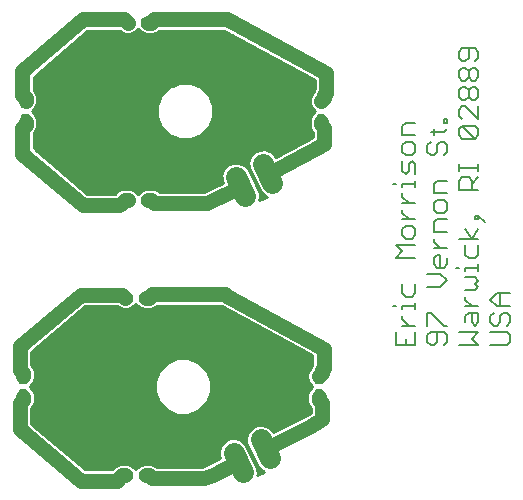
<source format=gtl>
G75*
G70*
%OFA0B0*%
%FSLAX24Y24*%
%IPPOS*%
%LPD*%
%AMOC8*
5,1,8,0,0,1.08239X$1,22.5*
%
%ADD10C,0.0060*%
%ADD11C,0.0298*%
%ADD12C,0.0338*%
%ADD13C,0.0072*%
%ADD14R,0.0720X0.1126*%
%ADD15C,0.0112*%
%ADD16R,0.1126X0.0720*%
%ADD17C,0.0709*%
%ADD18C,0.0500*%
%ADD19C,0.0100*%
%ADD20C,0.0396*%
D10*
X014757Y008191D02*
X014863Y008191D01*
X015077Y008191D02*
X015504Y008191D01*
X015504Y008085D02*
X015504Y008298D01*
X015397Y008514D02*
X015504Y008621D01*
X015504Y008941D01*
X015913Y008837D02*
X016340Y008837D01*
X016554Y009050D01*
X016340Y009264D01*
X015913Y009264D01*
X016234Y009481D02*
X016127Y009588D01*
X016127Y009801D01*
X016234Y009908D01*
X016340Y009908D01*
X016340Y009481D01*
X016234Y009481D02*
X016447Y009481D01*
X016554Y009588D01*
X016554Y009801D01*
X016554Y010126D02*
X016127Y010126D01*
X016127Y010339D02*
X016127Y010446D01*
X016127Y010339D02*
X016340Y010126D01*
X016127Y010663D02*
X016127Y010983D01*
X016234Y011090D01*
X016554Y011090D01*
X016447Y011307D02*
X016554Y011414D01*
X016554Y011628D01*
X016447Y011734D01*
X016234Y011734D01*
X016127Y011628D01*
X016127Y011414D01*
X016234Y011307D01*
X016447Y011307D01*
X016554Y010663D02*
X016127Y010663D01*
X015504Y010768D02*
X015504Y010555D01*
X015397Y010448D01*
X015184Y010448D01*
X015077Y010555D01*
X015077Y010768D01*
X015184Y010875D01*
X015397Y010875D01*
X015504Y010768D01*
X015504Y011092D02*
X015077Y011092D01*
X015290Y011092D02*
X015077Y011306D01*
X015077Y011413D01*
X015077Y011630D02*
X015504Y011630D01*
X015290Y011630D02*
X015077Y011843D01*
X015077Y011950D01*
X015077Y012167D02*
X015077Y012273D01*
X015504Y012273D01*
X015504Y012167D02*
X015504Y012380D01*
X015504Y012596D02*
X015504Y012917D01*
X015397Y013023D01*
X015290Y012917D01*
X015290Y012703D01*
X015184Y012596D01*
X015077Y012703D01*
X015077Y013023D01*
X015184Y013241D02*
X015397Y013241D01*
X015504Y013348D01*
X015504Y013561D01*
X015397Y013668D01*
X015184Y013668D01*
X015077Y013561D01*
X015077Y013348D01*
X015184Y013241D01*
X015077Y013886D02*
X015077Y014206D01*
X015184Y014313D01*
X015504Y014313D01*
X015504Y013886D02*
X015077Y013886D01*
X015913Y013561D02*
X015913Y013348D01*
X016020Y013241D01*
X016127Y013241D01*
X016234Y013348D01*
X016234Y013561D01*
X016340Y013668D01*
X016447Y013668D01*
X016554Y013561D01*
X016554Y013348D01*
X016447Y013241D01*
X016963Y012917D02*
X016963Y012704D01*
X016963Y012811D02*
X017604Y012811D01*
X017604Y012917D02*
X017604Y012704D01*
X017604Y012486D02*
X017390Y012273D01*
X017390Y012380D02*
X017390Y012059D01*
X017604Y012059D02*
X016963Y012059D01*
X016963Y012380D01*
X017070Y012486D01*
X017284Y012486D01*
X017390Y012380D01*
X016554Y012379D02*
X016234Y012379D01*
X016127Y012272D01*
X016127Y011952D01*
X016554Y011952D01*
X017497Y011199D02*
X017497Y011092D01*
X017604Y011092D01*
X017604Y011199D01*
X017497Y011199D01*
X017604Y011199D02*
X017817Y010985D01*
X017604Y010768D02*
X017390Y010448D01*
X017177Y010768D01*
X016963Y010448D02*
X017604Y010448D01*
X017604Y010230D02*
X017604Y009910D01*
X017497Y009803D01*
X017284Y009803D01*
X017177Y009910D01*
X017177Y010230D01*
X017177Y009480D02*
X017604Y009480D01*
X017604Y009374D02*
X017604Y009587D01*
X017177Y009480D02*
X017177Y009374D01*
X017177Y009156D02*
X017497Y009156D01*
X017604Y009049D01*
X017497Y008943D01*
X017604Y008836D01*
X017497Y008729D01*
X017177Y008729D01*
X017177Y008512D02*
X017177Y008406D01*
X017390Y008192D01*
X017177Y008192D02*
X017604Y008192D01*
X017604Y007974D02*
X017284Y007974D01*
X017177Y007868D01*
X017177Y007654D01*
X017390Y007654D02*
X017390Y007974D01*
X017604Y007974D02*
X017604Y007654D01*
X017497Y007547D01*
X017390Y007654D01*
X017604Y007330D02*
X016963Y007330D01*
X016554Y007223D02*
X016554Y007010D01*
X016447Y006903D01*
X016234Y007010D02*
X016234Y007330D01*
X016447Y007330D02*
X016020Y007330D01*
X015913Y007223D01*
X015913Y007010D01*
X016020Y006903D01*
X016127Y006903D01*
X016234Y007010D01*
X016554Y007223D02*
X016447Y007330D01*
X016447Y007547D02*
X016554Y007547D01*
X016447Y007547D02*
X016020Y007974D01*
X015913Y007974D01*
X015913Y007547D01*
X015504Y007547D02*
X015077Y007547D01*
X015290Y007547D02*
X015077Y007761D01*
X015077Y007868D01*
X015077Y008085D02*
X015077Y008191D01*
X015184Y008514D02*
X015397Y008514D01*
X015184Y008514D02*
X015077Y008621D01*
X015077Y008941D01*
X014863Y009803D02*
X015077Y010017D01*
X014863Y010230D01*
X015504Y010230D01*
X015504Y009803D02*
X014863Y009803D01*
X016857Y009480D02*
X016963Y009480D01*
X018013Y008406D02*
X018227Y008619D01*
X018654Y008619D01*
X018334Y008619D02*
X018334Y008192D01*
X018227Y008192D02*
X018013Y008406D01*
X018227Y008192D02*
X018654Y008192D01*
X018547Y007974D02*
X018654Y007868D01*
X018654Y007654D01*
X018547Y007547D01*
X018547Y007330D02*
X018013Y007330D01*
X018120Y007547D02*
X018227Y007547D01*
X018334Y007654D01*
X018334Y007868D01*
X018440Y007974D01*
X018547Y007974D01*
X018120Y007974D02*
X018013Y007868D01*
X018013Y007654D01*
X018120Y007547D01*
X018547Y007330D02*
X018654Y007223D01*
X018654Y007010D01*
X018547Y006903D01*
X018013Y006903D01*
X017604Y006903D02*
X017390Y007116D01*
X017604Y007330D01*
X017604Y006903D02*
X016963Y006903D01*
X015504Y006903D02*
X015504Y007330D01*
X015184Y007116D02*
X015184Y006903D01*
X015504Y006903D02*
X014863Y006903D01*
X014863Y007330D01*
X014863Y012273D02*
X014757Y012273D01*
X015913Y013561D02*
X016020Y013668D01*
X016127Y013886D02*
X016127Y014099D01*
X016020Y013992D02*
X016447Y013992D01*
X016554Y014099D01*
X016554Y014315D02*
X016554Y014422D01*
X016447Y014422D01*
X016447Y014315D01*
X016554Y014315D01*
X016963Y014529D02*
X016963Y014743D01*
X017070Y014850D01*
X017177Y014850D01*
X017604Y014423D01*
X017604Y014850D01*
X017497Y015067D02*
X017390Y015067D01*
X017284Y015174D01*
X017284Y015387D01*
X017390Y015494D01*
X017497Y015494D01*
X017604Y015387D01*
X017604Y015174D01*
X017497Y015067D01*
X017284Y015174D02*
X017177Y015067D01*
X017070Y015067D01*
X016963Y015174D01*
X016963Y015387D01*
X017070Y015494D01*
X017177Y015494D01*
X017284Y015387D01*
X017390Y015712D02*
X017284Y015819D01*
X017284Y016032D01*
X017390Y016139D01*
X017497Y016139D01*
X017604Y016032D01*
X017604Y015819D01*
X017497Y015712D01*
X017390Y015712D01*
X017284Y015819D02*
X017177Y015712D01*
X017070Y015712D01*
X016963Y015819D01*
X016963Y016032D01*
X017070Y016139D01*
X017177Y016139D01*
X017284Y016032D01*
X017177Y016356D02*
X017284Y016463D01*
X017284Y016783D01*
X017497Y016783D02*
X017070Y016783D01*
X016963Y016677D01*
X016963Y016463D01*
X017070Y016356D01*
X017177Y016356D01*
X017497Y016356D02*
X017604Y016463D01*
X017604Y016677D01*
X017497Y016783D01*
X016963Y014529D02*
X017070Y014423D01*
X017070Y014205D02*
X016963Y014098D01*
X016963Y013885D01*
X017070Y013778D01*
X017497Y013778D01*
X017070Y014205D01*
X017497Y014205D01*
X017604Y014098D01*
X017604Y013885D01*
X017497Y013778D01*
D11*
X011404Y014694D03*
X006266Y012698D03*
X003482Y014686D03*
X006258Y016682D03*
X006179Y007509D03*
X003404Y005513D03*
X006187Y003525D03*
X011325Y005521D03*
D12*
X010829Y005521D03*
X006187Y004021D03*
X003900Y005513D03*
X006179Y007013D03*
X006266Y013194D03*
X003978Y014686D03*
X006258Y016186D03*
X010908Y014694D03*
D13*
X012261Y014821D02*
X012261Y015245D01*
X012475Y015245D01*
X012475Y014821D01*
X012261Y014821D01*
X012261Y014892D02*
X012475Y014892D01*
X012475Y014963D02*
X012261Y014963D01*
X012261Y015034D02*
X012475Y015034D01*
X012475Y015105D02*
X012261Y015105D01*
X012261Y015176D02*
X012475Y015176D01*
X012261Y014560D02*
X012261Y014136D01*
X012261Y014560D02*
X012475Y014560D01*
X012475Y014136D01*
X012261Y014136D01*
X012261Y014207D02*
X012475Y014207D01*
X012475Y014278D02*
X012261Y014278D01*
X012261Y014349D02*
X012475Y014349D01*
X012475Y014420D02*
X012261Y014420D01*
X012261Y014491D02*
X012475Y014491D01*
X006816Y011841D02*
X006392Y011841D01*
X006816Y011841D02*
X006816Y011627D01*
X006392Y011627D01*
X006392Y011841D01*
X006392Y011698D02*
X006816Y011698D01*
X006816Y011769D02*
X006392Y011769D01*
X006392Y011840D02*
X006816Y011840D01*
X006131Y011841D02*
X005707Y011841D01*
X006131Y011841D02*
X006131Y011627D01*
X005707Y011627D01*
X005707Y011841D01*
X005707Y011698D02*
X006131Y011698D01*
X006131Y011769D02*
X005707Y011769D01*
X005707Y011840D02*
X006131Y011840D01*
X006053Y008367D02*
X005629Y008367D01*
X005629Y008581D01*
X006053Y008581D01*
X006053Y008367D01*
X006053Y008438D02*
X005629Y008438D01*
X005629Y008509D02*
X006053Y008509D01*
X006053Y008580D02*
X005629Y008580D01*
X006314Y008367D02*
X006738Y008367D01*
X006314Y008367D02*
X006314Y008581D01*
X006738Y008581D01*
X006738Y008367D01*
X006738Y008438D02*
X006314Y008438D01*
X006314Y008509D02*
X006738Y008509D01*
X006738Y008580D02*
X006314Y008580D01*
X002546Y006072D02*
X002546Y005648D01*
X002332Y005648D01*
X002332Y006072D01*
X002546Y006072D01*
X002546Y005719D02*
X002332Y005719D01*
X002332Y005790D02*
X002546Y005790D01*
X002546Y005861D02*
X002332Y005861D01*
X002332Y005932D02*
X002546Y005932D01*
X002546Y006003D02*
X002332Y006003D01*
X002546Y005386D02*
X002546Y004962D01*
X002332Y004962D01*
X002332Y005386D01*
X002546Y005386D01*
X002546Y005033D02*
X002332Y005033D01*
X002332Y005104D02*
X002546Y005104D01*
X002546Y005175D02*
X002332Y005175D01*
X002332Y005246D02*
X002546Y005246D01*
X002546Y005317D02*
X002332Y005317D01*
X005629Y002667D02*
X006053Y002667D01*
X006053Y002453D01*
X005629Y002453D01*
X005629Y002667D01*
X005629Y002524D02*
X006053Y002524D01*
X006053Y002595D02*
X005629Y002595D01*
X005629Y002666D02*
X006053Y002666D01*
X006314Y002667D02*
X006738Y002667D01*
X006738Y002453D01*
X006314Y002453D01*
X006314Y002667D01*
X006314Y002524D02*
X006738Y002524D01*
X006738Y002595D02*
X006314Y002595D01*
X006314Y002666D02*
X006738Y002666D01*
X012182Y004962D02*
X012182Y005386D01*
X012396Y005386D01*
X012396Y004962D01*
X012182Y004962D01*
X012182Y005033D02*
X012396Y005033D01*
X012396Y005104D02*
X012182Y005104D01*
X012182Y005175D02*
X012396Y005175D01*
X012396Y005246D02*
X012182Y005246D01*
X012182Y005317D02*
X012396Y005317D01*
X012182Y005648D02*
X012182Y006072D01*
X012396Y006072D01*
X012396Y005648D01*
X012182Y005648D01*
X012182Y005719D02*
X012396Y005719D01*
X012396Y005790D02*
X012182Y005790D01*
X012182Y005861D02*
X012396Y005861D01*
X012396Y005932D02*
X012182Y005932D01*
X012182Y006003D02*
X012396Y006003D01*
X002625Y014136D02*
X002625Y014560D01*
X002625Y014136D02*
X002411Y014136D01*
X002411Y014560D01*
X002625Y014560D01*
X002625Y014207D02*
X002411Y014207D01*
X002411Y014278D02*
X002625Y014278D01*
X002625Y014349D02*
X002411Y014349D01*
X002411Y014420D02*
X002625Y014420D01*
X002625Y014491D02*
X002411Y014491D01*
X002625Y014821D02*
X002625Y015245D01*
X002625Y014821D02*
X002411Y014821D01*
X002411Y015245D01*
X002625Y015245D01*
X002625Y014892D02*
X002411Y014892D01*
X002411Y014963D02*
X002625Y014963D01*
X002625Y015034D02*
X002411Y015034D01*
X002411Y015105D02*
X002625Y015105D01*
X002625Y015176D02*
X002411Y015176D01*
X005707Y017540D02*
X006131Y017540D01*
X005707Y017540D02*
X005707Y017754D01*
X006131Y017754D01*
X006131Y017540D01*
X006131Y017611D02*
X005707Y017611D01*
X005707Y017682D02*
X006131Y017682D01*
X006131Y017753D02*
X005707Y017753D01*
X006392Y017540D02*
X006816Y017540D01*
X006392Y017540D02*
X006392Y017754D01*
X006816Y017754D01*
X006816Y017540D01*
X006816Y017611D02*
X006392Y017611D01*
X006392Y017682D02*
X006816Y017682D01*
X006816Y017753D02*
X006392Y017753D01*
D14*
X003699Y014686D03*
X011187Y014694D03*
X011108Y005521D03*
X003620Y005513D03*
D15*
X003819Y005043D02*
X004044Y004818D01*
X003819Y005043D02*
X003898Y005122D01*
X004123Y004897D01*
X004044Y004818D01*
X004091Y004929D02*
X003933Y004929D01*
X003980Y005040D02*
X003822Y005040D01*
X003894Y005912D02*
X004119Y006137D01*
X003894Y005912D02*
X003815Y005991D01*
X004040Y006216D01*
X004119Y006137D01*
X004005Y006023D02*
X003847Y006023D01*
X003958Y006134D02*
X004116Y006134D01*
X005484Y006869D02*
X005709Y007094D01*
X005788Y007015D01*
X005563Y006790D01*
X005484Y006869D01*
X005516Y006901D02*
X005674Y006901D01*
X005627Y007012D02*
X005785Y007012D01*
X006578Y007019D02*
X006803Y006794D01*
X006578Y007019D02*
X006657Y007098D01*
X006882Y006873D01*
X006803Y006794D01*
X006850Y006905D02*
X006692Y006905D01*
X006739Y007016D02*
X006581Y007016D01*
X006657Y008432D02*
X006882Y008657D01*
X006657Y008432D02*
X006578Y008511D01*
X006803Y008736D01*
X006882Y008657D01*
X006768Y008543D02*
X006610Y008543D01*
X006721Y008654D02*
X006879Y008654D01*
X005788Y008507D02*
X005563Y008732D01*
X005788Y008507D02*
X005709Y008428D01*
X005484Y008653D01*
X005563Y008732D01*
X005598Y008539D02*
X005756Y008539D01*
X005645Y008650D02*
X005487Y008650D01*
X005563Y011550D02*
X005788Y011775D01*
X005867Y011696D01*
X005642Y011471D01*
X005563Y011550D01*
X005595Y011582D02*
X005753Y011582D01*
X005706Y011693D02*
X005864Y011693D01*
X006657Y011700D02*
X006882Y011475D01*
X006657Y011700D02*
X006736Y011779D01*
X006961Y011554D01*
X006882Y011475D01*
X006929Y011586D02*
X006771Y011586D01*
X006818Y011697D02*
X006660Y011697D01*
X006736Y013113D02*
X006961Y013338D01*
X006736Y013113D02*
X006657Y013192D01*
X006882Y013417D01*
X006961Y013338D01*
X006847Y013224D02*
X006689Y013224D01*
X006800Y013335D02*
X006958Y013335D01*
X005867Y013188D02*
X005642Y013413D01*
X005867Y013188D02*
X005788Y013109D01*
X005563Y013334D01*
X005642Y013413D01*
X005677Y013220D02*
X005835Y013220D01*
X005724Y013331D02*
X005566Y013331D01*
X004122Y013991D02*
X003897Y014216D01*
X003976Y014295D01*
X004201Y014070D01*
X004122Y013991D01*
X004169Y014102D02*
X004011Y014102D01*
X004058Y014213D02*
X003900Y014213D01*
X003972Y015085D02*
X004197Y015310D01*
X003972Y015085D02*
X003893Y015164D01*
X004118Y015389D01*
X004197Y015310D01*
X004083Y015196D02*
X003925Y015196D01*
X004036Y015307D02*
X004194Y015307D01*
X005563Y016042D02*
X005788Y016267D01*
X005867Y016188D01*
X005642Y015963D01*
X005563Y016042D01*
X005595Y016074D02*
X005753Y016074D01*
X005706Y016185D02*
X005864Y016185D01*
X006657Y016192D02*
X006882Y015967D01*
X006657Y016192D02*
X006736Y016271D01*
X006961Y016046D01*
X006882Y015967D01*
X006929Y016078D02*
X006771Y016078D01*
X006818Y016189D02*
X006660Y016189D01*
X006736Y017605D02*
X006961Y017830D01*
X006736Y017605D02*
X006657Y017684D01*
X006882Y017909D01*
X006961Y017830D01*
X006847Y017716D02*
X006689Y017716D01*
X006800Y017827D02*
X006958Y017827D01*
X005867Y017680D02*
X005642Y017905D01*
X005867Y017680D02*
X005788Y017601D01*
X005563Y017826D01*
X005642Y017905D01*
X005677Y017712D02*
X005835Y017712D01*
X005724Y017823D02*
X005566Y017823D01*
X002560Y015164D02*
X002335Y015389D01*
X002560Y015164D02*
X002481Y015085D01*
X002256Y015310D01*
X002335Y015389D01*
X002370Y015196D02*
X002528Y015196D01*
X002417Y015307D02*
X002259Y015307D01*
X002484Y014295D02*
X002259Y014070D01*
X002484Y014295D02*
X002563Y014216D01*
X002338Y013991D01*
X002259Y014070D01*
X002291Y014102D02*
X002449Y014102D01*
X002402Y014213D02*
X002560Y014213D01*
X002256Y006216D02*
X002481Y005991D01*
X002402Y005912D01*
X002177Y006137D01*
X002256Y006216D01*
X002291Y006023D02*
X002449Y006023D01*
X002338Y006134D02*
X002180Y006134D01*
X002406Y005122D02*
X002181Y004897D01*
X002406Y005122D02*
X002485Y005043D01*
X002260Y004818D01*
X002181Y004897D01*
X002213Y004929D02*
X002371Y004929D01*
X002324Y005040D02*
X002482Y005040D01*
X005563Y004240D02*
X005788Y004015D01*
X005709Y003936D01*
X005484Y004161D01*
X005563Y004240D01*
X005598Y004047D02*
X005756Y004047D01*
X005645Y004158D02*
X005487Y004158D01*
X006657Y003940D02*
X006882Y004165D01*
X006657Y003940D02*
X006578Y004019D01*
X006803Y004244D01*
X006882Y004165D01*
X006768Y004051D02*
X006610Y004051D01*
X006721Y004162D02*
X006879Y004162D01*
X006578Y002527D02*
X006803Y002302D01*
X006578Y002527D02*
X006657Y002606D01*
X006882Y002381D01*
X006803Y002302D01*
X006850Y002413D02*
X006692Y002413D01*
X006739Y002524D02*
X006581Y002524D01*
X005709Y002602D02*
X005484Y002377D01*
X005709Y002602D02*
X005788Y002523D01*
X005563Y002298D01*
X005484Y002377D01*
X005516Y002409D02*
X005674Y002409D01*
X005627Y002520D02*
X005785Y002520D01*
X010610Y004897D02*
X010835Y005122D01*
X010914Y005043D01*
X010689Y004818D01*
X010610Y004897D01*
X010642Y004929D02*
X010800Y004929D01*
X010753Y005040D02*
X010911Y005040D01*
X010910Y005991D02*
X010685Y006216D01*
X010910Y005991D02*
X010831Y005912D01*
X010606Y006137D01*
X010685Y006216D01*
X010720Y006023D02*
X010878Y006023D01*
X010767Y006134D02*
X010609Y006134D01*
X012323Y005912D02*
X012548Y006137D01*
X012323Y005912D02*
X012244Y005991D01*
X012469Y006216D01*
X012548Y006137D01*
X012434Y006023D02*
X012276Y006023D01*
X012387Y006134D02*
X012545Y006134D01*
X012248Y005043D02*
X012473Y004818D01*
X012248Y005043D02*
X012327Y005122D01*
X012552Y004897D01*
X012473Y004818D01*
X012520Y004929D02*
X012362Y004929D01*
X012409Y005040D02*
X012251Y005040D01*
X012551Y013991D02*
X012326Y014216D01*
X012405Y014295D01*
X012630Y014070D01*
X012551Y013991D01*
X012598Y014102D02*
X012440Y014102D01*
X012487Y014213D02*
X012329Y014213D01*
X012401Y015085D02*
X012626Y015310D01*
X012401Y015085D02*
X012322Y015164D01*
X012547Y015389D01*
X012626Y015310D01*
X012512Y015196D02*
X012354Y015196D01*
X012465Y015307D02*
X012623Y015307D01*
X010989Y015164D02*
X010764Y015389D01*
X010989Y015164D02*
X010910Y015085D01*
X010685Y015310D01*
X010764Y015389D01*
X010799Y015196D02*
X010957Y015196D01*
X010846Y015307D02*
X010688Y015307D01*
X010914Y014295D02*
X010689Y014070D01*
X010914Y014295D02*
X010993Y014216D01*
X010768Y013991D01*
X010689Y014070D01*
X010721Y014102D02*
X010879Y014102D01*
X010832Y014213D02*
X010990Y014213D01*
D16*
X006266Y012915D03*
X006258Y016466D03*
X006179Y007293D03*
X006187Y003741D03*
D17*
X009453Y003316D02*
X009764Y002679D01*
X010663Y003118D02*
X010352Y003755D01*
X009843Y011853D02*
X009532Y012490D01*
X010431Y012928D02*
X010741Y012291D01*
D18*
X010586Y012609D02*
X012037Y013353D01*
X012478Y013597D01*
X012478Y014143D01*
X012368Y014253D01*
X012368Y014348D01*
X012368Y015033D02*
X012474Y015139D01*
X012474Y015237D01*
X012537Y015300D01*
X012537Y015953D01*
X009237Y017753D01*
X009234Y017757D01*
X006809Y017757D01*
X006699Y017647D01*
X006604Y017647D01*
X005919Y017647D02*
X005813Y017753D01*
X005715Y017753D01*
X004437Y017753D01*
X002408Y016023D01*
X002408Y015237D01*
X002518Y015127D01*
X002518Y015033D01*
X002518Y014348D02*
X002518Y014249D01*
X002411Y014143D01*
X002411Y013279D01*
X004437Y011553D01*
X005645Y011553D01*
X005715Y011623D01*
X005825Y011734D01*
X005919Y011734D01*
X006604Y011734D02*
X006703Y011734D01*
X006809Y011627D01*
X008554Y011627D01*
X008837Y011753D01*
X009687Y012171D01*
X009155Y008584D02*
X006730Y008584D01*
X006620Y008474D01*
X006526Y008474D01*
X005841Y008474D02*
X005734Y008580D01*
X005636Y008580D01*
X004359Y008580D01*
X002329Y006850D01*
X002329Y006064D01*
X002439Y005954D01*
X002439Y005860D01*
X002439Y005174D02*
X002439Y005076D01*
X002333Y004970D01*
X002333Y004106D01*
X004359Y002380D01*
X005566Y002380D01*
X005636Y002450D01*
X005746Y002560D01*
X005841Y002560D01*
X006526Y002560D02*
X006624Y002560D01*
X006730Y002454D01*
X008475Y002454D01*
X008759Y002580D01*
X009609Y002998D01*
X010507Y003436D02*
X011959Y004180D01*
X012400Y004424D01*
X012400Y004970D01*
X012289Y005080D01*
X012289Y005174D01*
X012289Y005860D02*
X012396Y005966D01*
X012396Y006064D01*
X012459Y006127D01*
X012459Y006780D01*
X009159Y008580D01*
X009155Y008584D01*
D19*
X009014Y003529D02*
X003596Y003529D01*
X003712Y003431D02*
X008980Y003431D01*
X008964Y003383D02*
X008976Y003191D01*
X009007Y003126D01*
X008598Y002924D01*
X008395Y002834D01*
X006888Y002834D01*
X006839Y002882D01*
X006700Y002940D01*
X006450Y002940D01*
X006310Y002882D01*
X006262Y002834D01*
X006245Y002834D01*
X006183Y002772D01*
X006121Y002834D01*
X006104Y002834D01*
X006056Y002882D01*
X005916Y002940D01*
X005671Y002940D01*
X005531Y002882D01*
X005408Y002760D01*
X004499Y002760D01*
X002713Y004281D01*
X002713Y004812D01*
X002761Y004861D01*
X002819Y005000D01*
X002819Y005250D01*
X002761Y005390D01*
X002713Y005438D01*
X002713Y005455D01*
X002651Y005517D01*
X002713Y005579D01*
X002713Y005596D01*
X002761Y005644D01*
X002819Y005784D01*
X002819Y006030D01*
X002761Y006169D01*
X002709Y006222D01*
X002709Y006675D01*
X004499Y008200D01*
X005577Y008200D01*
X005625Y008152D01*
X005765Y008094D01*
X005916Y008094D01*
X006056Y008152D01*
X006104Y008200D01*
X006121Y008200D01*
X006183Y008262D01*
X006245Y008200D01*
X006262Y008200D01*
X006310Y008152D01*
X006450Y008094D01*
X006696Y008094D01*
X006835Y008152D01*
X006888Y008204D01*
X009055Y008204D01*
X012079Y006554D01*
X012079Y006285D01*
X012074Y006280D01*
X012016Y006141D01*
X012016Y006140D01*
X012016Y006123D01*
X011967Y006075D01*
X011909Y005935D01*
X011909Y005784D01*
X011967Y005644D01*
X012016Y005596D01*
X012016Y005579D01*
X012077Y005517D01*
X012016Y005455D01*
X012016Y005438D01*
X011967Y005390D01*
X011909Y005250D01*
X011909Y005004D01*
X011967Y004865D01*
X012020Y004812D01*
X012020Y004648D01*
X011780Y004515D01*
X010772Y003999D01*
X010745Y004054D01*
X010601Y004181D01*
X010419Y004244D01*
X010226Y004232D01*
X010053Y004148D01*
X009925Y004003D01*
X009863Y003821D01*
X009874Y003629D01*
X010270Y002819D01*
X010414Y002691D01*
X010472Y002671D01*
X010233Y002555D01*
X010253Y002613D01*
X010241Y002805D01*
X009846Y003615D01*
X009702Y003743D01*
X009520Y003806D01*
X009328Y003794D01*
X009154Y003709D01*
X009027Y003565D01*
X008964Y003383D01*
X008967Y003332D02*
X003827Y003332D01*
X003943Y003234D02*
X008973Y003234D01*
X009003Y003135D02*
X004058Y003135D01*
X004174Y003037D02*
X008826Y003037D01*
X008626Y002938D02*
X006705Y002938D01*
X006882Y002840D02*
X008407Y002840D01*
X009082Y003628D02*
X003480Y003628D01*
X003365Y003726D02*
X009188Y003726D01*
X009721Y003726D02*
X009869Y003726D01*
X009864Y003825D02*
X003249Y003825D01*
X003134Y003923D02*
X009898Y003923D01*
X009941Y004022D02*
X003018Y004022D01*
X002902Y004120D02*
X010029Y004120D01*
X010198Y004219D02*
X002787Y004219D01*
X002713Y004317D02*
X011393Y004317D01*
X011585Y004416D02*
X002713Y004416D01*
X002713Y004514D02*
X011777Y004514D01*
X011955Y004613D02*
X008024Y004613D01*
X007944Y004580D02*
X008289Y004722D01*
X008553Y004986D01*
X008695Y005331D01*
X008695Y005703D01*
X008553Y006048D01*
X008289Y006312D01*
X007944Y006454D01*
X007571Y006454D01*
X007227Y006312D01*
X006963Y006048D01*
X006821Y005703D01*
X006821Y005331D01*
X006963Y004986D01*
X007227Y004722D01*
X007571Y004580D01*
X007944Y004580D01*
X008262Y004711D02*
X012020Y004711D01*
X012020Y004810D02*
X008376Y004810D01*
X008475Y004908D02*
X011949Y004908D01*
X011909Y005007D02*
X008561Y005007D01*
X008602Y005105D02*
X011909Y005105D01*
X011909Y005204D02*
X008643Y005204D01*
X008684Y005302D02*
X011931Y005302D01*
X011978Y005401D02*
X008695Y005401D01*
X008695Y005499D02*
X012059Y005499D01*
X012014Y005598D02*
X008695Y005598D01*
X008695Y005696D02*
X011946Y005696D01*
X011909Y005795D02*
X008658Y005795D01*
X008617Y005893D02*
X011909Y005893D01*
X011933Y005992D02*
X008576Y005992D01*
X008511Y006090D02*
X011983Y006090D01*
X012036Y006189D02*
X008412Y006189D01*
X008314Y006287D02*
X012079Y006287D01*
X012079Y006386D02*
X008111Y006386D01*
X007405Y006386D02*
X002709Y006386D01*
X002709Y006484D02*
X012079Y006484D01*
X012027Y006583D02*
X002709Y006583D01*
X002716Y006681D02*
X011847Y006681D01*
X011666Y006780D02*
X002832Y006780D01*
X002947Y006878D02*
X011485Y006878D01*
X011305Y006977D02*
X003063Y006977D01*
X003179Y007075D02*
X011124Y007075D01*
X010944Y007174D02*
X003294Y007174D01*
X003410Y007272D02*
X010763Y007272D01*
X010583Y007371D02*
X003525Y007371D01*
X003641Y007469D02*
X010402Y007469D01*
X010221Y007568D02*
X003757Y007568D01*
X003872Y007666D02*
X010041Y007666D01*
X009860Y007765D02*
X003988Y007765D01*
X004103Y007863D02*
X009680Y007863D01*
X009499Y007962D02*
X004219Y007962D01*
X004334Y008060D02*
X009318Y008060D01*
X009138Y008159D02*
X006842Y008159D01*
X006303Y008159D02*
X006063Y008159D01*
X006178Y008257D02*
X006188Y008257D01*
X005618Y008159D02*
X004450Y008159D01*
X002709Y006287D02*
X007202Y006287D01*
X007104Y006189D02*
X002742Y006189D01*
X002794Y006090D02*
X007005Y006090D01*
X006940Y005992D02*
X002819Y005992D01*
X002819Y005893D02*
X006899Y005893D01*
X006858Y005795D02*
X002819Y005795D01*
X002783Y005696D02*
X006821Y005696D01*
X006821Y005598D02*
X002714Y005598D01*
X002669Y005499D02*
X006821Y005499D01*
X006821Y005401D02*
X002750Y005401D01*
X002798Y005302D02*
X006832Y005302D01*
X006873Y005204D02*
X002819Y005204D01*
X002819Y005105D02*
X006914Y005105D01*
X006955Y005007D02*
X002819Y005007D01*
X002781Y004908D02*
X007041Y004908D01*
X007140Y004810D02*
X002713Y004810D01*
X002713Y004711D02*
X007254Y004711D01*
X007492Y004613D02*
X002713Y004613D01*
X004290Y002938D02*
X005665Y002938D01*
X005488Y002840D02*
X004405Y002840D01*
X005922Y002938D02*
X006445Y002938D01*
X006267Y002840D02*
X006099Y002840D01*
X009832Y003628D02*
X009875Y003628D01*
X009888Y003529D02*
X009923Y003529D01*
X009936Y003431D02*
X009971Y003431D01*
X009984Y003332D02*
X010019Y003332D01*
X010032Y003234D02*
X010067Y003234D01*
X010081Y003135D02*
X010115Y003135D01*
X010129Y003037D02*
X010163Y003037D01*
X010177Y002938D02*
X010211Y002938D01*
X010225Y002840D02*
X010260Y002840D01*
X010245Y002741D02*
X010358Y002741D01*
X010413Y002643D02*
X010251Y002643D01*
X010761Y004022D02*
X010816Y004022D01*
X010670Y004120D02*
X011008Y004120D01*
X011201Y004219D02*
X010493Y004219D01*
X010312Y011728D02*
X010332Y011786D01*
X010320Y011978D01*
X009925Y012788D01*
X009960Y012788D01*
X009953Y012802D02*
X010348Y011992D01*
X010493Y011864D01*
X010551Y011844D01*
X010312Y011728D01*
X010331Y011803D02*
X010466Y011803D01*
X010451Y011902D02*
X010325Y011902D01*
X010310Y012000D02*
X010344Y012000D01*
X010296Y012099D02*
X010262Y012099D01*
X010248Y012197D02*
X010213Y012197D01*
X010200Y012296D02*
X010165Y012296D01*
X010152Y012394D02*
X010117Y012394D01*
X010104Y012493D02*
X010069Y012493D01*
X010056Y012591D02*
X010021Y012591D01*
X010008Y012690D02*
X009973Y012690D01*
X009925Y012788D02*
X009781Y012916D01*
X009599Y012979D01*
X009406Y012967D01*
X009233Y012883D01*
X009105Y012738D01*
X009043Y012556D01*
X009054Y012364D01*
X009086Y012299D01*
X008676Y012097D01*
X008473Y012007D01*
X006967Y012007D01*
X006918Y012056D01*
X006778Y012114D01*
X006529Y012114D01*
X006389Y012056D01*
X006341Y012007D01*
X006324Y012007D01*
X006262Y011946D01*
X006200Y012007D01*
X006183Y012007D01*
X006135Y012056D01*
X005995Y012114D01*
X005749Y012114D01*
X005610Y012056D01*
X005487Y011933D01*
X004577Y011933D01*
X002791Y013455D01*
X002791Y013986D01*
X002840Y014034D01*
X002898Y014174D01*
X002898Y014423D01*
X002840Y014563D01*
X002791Y014611D01*
X002791Y014629D01*
X002730Y014690D01*
X002791Y014752D01*
X002791Y014769D01*
X002840Y014818D01*
X002898Y014957D01*
X002898Y015203D01*
X002840Y015342D01*
X002788Y015395D01*
X002788Y015848D01*
X004577Y017373D01*
X005656Y017373D01*
X005704Y017325D01*
X005844Y017267D01*
X005995Y017267D01*
X006135Y017325D01*
X006183Y017373D01*
X006200Y017373D01*
X006262Y017435D01*
X006324Y017373D01*
X006341Y017373D01*
X006389Y017325D01*
X006529Y017267D01*
X006774Y017267D01*
X006914Y017325D01*
X006967Y017377D01*
X009133Y017377D01*
X012157Y015728D01*
X012157Y015458D01*
X012152Y015453D01*
X012095Y015314D01*
X012094Y015314D01*
X012094Y015296D01*
X012046Y015248D01*
X011988Y015108D01*
X011988Y014957D01*
X012046Y014818D01*
X012094Y014769D01*
X012094Y014752D01*
X012156Y014690D01*
X012094Y014629D01*
X012094Y014611D01*
X012046Y014563D01*
X011988Y014423D01*
X011988Y014178D01*
X012046Y014038D01*
X012098Y013986D01*
X012098Y013821D01*
X011859Y013689D01*
X010851Y013172D01*
X010824Y013227D01*
X010680Y013354D01*
X010497Y013417D01*
X010305Y013405D01*
X010132Y013321D01*
X010004Y013177D01*
X009941Y012994D01*
X009953Y012802D01*
X009948Y012887D02*
X009814Y012887D01*
X009942Y012985D02*
X003343Y012985D01*
X003458Y012887D02*
X009241Y012887D01*
X009149Y012788D02*
X003574Y012788D01*
X003690Y012690D02*
X009089Y012690D01*
X009055Y012591D02*
X003805Y012591D01*
X003921Y012493D02*
X009047Y012493D01*
X009053Y012394D02*
X004037Y012394D01*
X004152Y012296D02*
X009079Y012296D01*
X008879Y012197D02*
X004268Y012197D01*
X004383Y012099D02*
X005713Y012099D01*
X005554Y012000D02*
X004499Y012000D01*
X003227Y013084D02*
X009972Y013084D01*
X010009Y013182D02*
X003112Y013182D01*
X002996Y013281D02*
X010096Y013281D01*
X010251Y013379D02*
X002880Y013379D01*
X002791Y013478D02*
X011447Y013478D01*
X011639Y013576D02*
X002791Y013576D01*
X002791Y013675D02*
X011831Y013675D01*
X012011Y013773D02*
X008072Y013773D01*
X008023Y013753D02*
X008368Y013896D01*
X008631Y014159D01*
X008774Y014504D01*
X008774Y014877D01*
X008631Y015221D01*
X008368Y015485D01*
X008023Y015628D01*
X007650Y015628D01*
X007306Y015485D01*
X007042Y015221D01*
X006899Y014877D01*
X006899Y014504D01*
X007042Y014159D01*
X007306Y013896D01*
X007650Y013753D01*
X008023Y013753D01*
X008310Y013872D02*
X012098Y013872D01*
X012098Y013970D02*
X008442Y013970D01*
X008541Y014069D02*
X012033Y014069D01*
X011993Y014167D02*
X008635Y014167D01*
X008675Y014266D02*
X011988Y014266D01*
X011988Y014364D02*
X008716Y014364D01*
X008757Y014463D02*
X012004Y014463D01*
X012045Y014561D02*
X008774Y014561D01*
X008774Y014660D02*
X012125Y014660D01*
X012094Y014758D02*
X008774Y014758D01*
X008774Y014857D02*
X012030Y014857D01*
X011989Y014955D02*
X008742Y014955D01*
X008701Y015054D02*
X011988Y015054D01*
X012006Y015152D02*
X008660Y015152D01*
X008602Y015251D02*
X012049Y015251D01*
X012109Y015349D02*
X008504Y015349D01*
X008405Y015448D02*
X012150Y015448D01*
X012157Y015546D02*
X008220Y015546D01*
X007453Y015546D02*
X002788Y015546D01*
X002788Y015448D02*
X007268Y015448D01*
X007170Y015349D02*
X002833Y015349D01*
X002878Y015251D02*
X007071Y015251D01*
X007013Y015152D02*
X002898Y015152D01*
X002898Y015054D02*
X006973Y015054D01*
X006932Y014955D02*
X002897Y014955D01*
X002856Y014857D02*
X006899Y014857D01*
X006899Y014758D02*
X002791Y014758D01*
X002761Y014660D02*
X006899Y014660D01*
X006899Y014561D02*
X002841Y014561D01*
X002882Y014463D02*
X006916Y014463D01*
X006957Y014364D02*
X002898Y014364D01*
X002898Y014266D02*
X006998Y014266D01*
X007039Y014167D02*
X002895Y014167D01*
X002854Y014069D02*
X007133Y014069D01*
X007231Y013970D02*
X002791Y013970D01*
X002791Y013872D02*
X007364Y013872D01*
X007601Y013773D02*
X002791Y013773D01*
X002788Y015645D02*
X012157Y015645D01*
X012129Y015743D02*
X002788Y015743D01*
X002788Y015842D02*
X011949Y015842D01*
X011768Y015940D02*
X002896Y015940D01*
X003011Y016039D02*
X011588Y016039D01*
X011407Y016137D02*
X003127Y016137D01*
X003242Y016236D02*
X011226Y016236D01*
X011046Y016334D02*
X003358Y016334D01*
X003474Y016433D02*
X010865Y016433D01*
X010685Y016531D02*
X003589Y016531D01*
X003705Y016630D02*
X010504Y016630D01*
X010323Y016728D02*
X003820Y016728D01*
X003936Y016827D02*
X010143Y016827D01*
X009962Y016925D02*
X004052Y016925D01*
X004167Y017024D02*
X009782Y017024D01*
X009601Y017122D02*
X004283Y017122D01*
X004398Y017221D02*
X009421Y017221D01*
X009240Y017319D02*
X006900Y017319D01*
X006403Y017319D02*
X006121Y017319D01*
X006245Y017418D02*
X006279Y017418D01*
X005718Y017319D02*
X004514Y017319D01*
X006031Y012099D02*
X006493Y012099D01*
X006316Y012000D02*
X006207Y012000D01*
X006815Y012099D02*
X008679Y012099D01*
X010608Y013379D02*
X011255Y013379D01*
X011062Y013281D02*
X010763Y013281D01*
X010846Y013182D02*
X010870Y013182D01*
D20*
X009606Y014653D03*
X008837Y013153D03*
X005937Y014653D03*
X004437Y016153D03*
X004537Y013153D03*
X008937Y016253D03*
X008859Y007080D03*
X009527Y005480D03*
X008759Y003980D03*
X005859Y005480D03*
X004459Y003980D03*
X004359Y006980D03*
M02*

</source>
